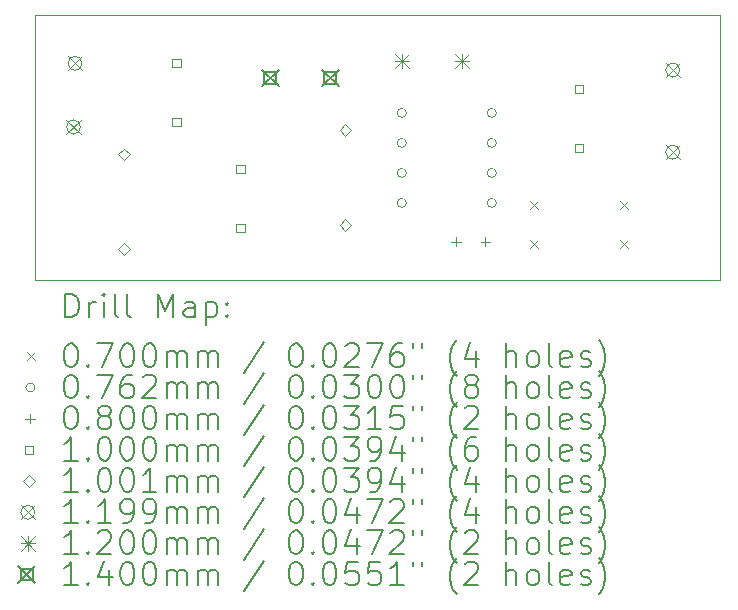
<source format=gbr>
%TF.GenerationSoftware,KiCad,Pcbnew,(6.0.8)*%
%TF.CreationDate,2022-11-19T23:45:40+04:00*%
%TF.ProjectId,MC34063_Buck_Rev3,4d433334-3036-4335-9f42-75636b5f5265,rev?*%
%TF.SameCoordinates,Original*%
%TF.FileFunction,Drillmap*%
%TF.FilePolarity,Positive*%
%FSLAX45Y45*%
G04 Gerber Fmt 4.5, Leading zero omitted, Abs format (unit mm)*
G04 Created by KiCad (PCBNEW (6.0.8)) date 2022-11-19 23:45:40*
%MOMM*%
%LPD*%
G01*
G04 APERTURE LIST*
%ADD10C,0.050000*%
%ADD11C,0.200000*%
%ADD12C,0.070000*%
%ADD13C,0.076200*%
%ADD14C,0.080000*%
%ADD15C,0.100000*%
%ADD16C,0.100076*%
%ADD17C,0.119888*%
%ADD18C,0.120000*%
%ADD19C,0.140000*%
G04 APERTURE END LIST*
D10*
X17700000Y-4650000D02*
X17700000Y-6900000D01*
X17700000Y-6900000D02*
X11900000Y-6900000D01*
X11900000Y-6900000D02*
X11900000Y-4650000D01*
X11900000Y-4650000D02*
X17700000Y-4650000D01*
D11*
D12*
X16085110Y-6556300D02*
X16155110Y-6626300D01*
X16155110Y-6556300D02*
X16085110Y-6626300D01*
X16086380Y-6227370D02*
X16156380Y-6297370D01*
X16156380Y-6227370D02*
X16086380Y-6297370D01*
X16847110Y-6556300D02*
X16917110Y-6626300D01*
X16917110Y-6556300D02*
X16847110Y-6626300D01*
X16848380Y-6227370D02*
X16918380Y-6297370D01*
X16918380Y-6227370D02*
X16848380Y-6297370D01*
D13*
X15041880Y-5481320D02*
G75*
G03*
X15041880Y-5481320I-38100J0D01*
G01*
X15041880Y-5735320D02*
G75*
G03*
X15041880Y-5735320I-38100J0D01*
G01*
X15041880Y-5989320D02*
G75*
G03*
X15041880Y-5989320I-38100J0D01*
G01*
X15041880Y-6243320D02*
G75*
G03*
X15041880Y-6243320I-38100J0D01*
G01*
X15803880Y-5481320D02*
G75*
G03*
X15803880Y-5481320I-38100J0D01*
G01*
X15803880Y-5735320D02*
G75*
G03*
X15803880Y-5735320I-38100J0D01*
G01*
X15803880Y-5989320D02*
G75*
G03*
X15803880Y-5989320I-38100J0D01*
G01*
X15803880Y-6243320D02*
G75*
G03*
X15803880Y-6243320I-38100J0D01*
G01*
D14*
X15460980Y-6532250D02*
X15460980Y-6612250D01*
X15420980Y-6572250D02*
X15500980Y-6572250D01*
X15710980Y-6532250D02*
X15710980Y-6612250D01*
X15670980Y-6572250D02*
X15750980Y-6572250D01*
D15*
X13131596Y-5092876D02*
X13131596Y-5022164D01*
X13060884Y-5022164D01*
X13060884Y-5092876D01*
X13131596Y-5092876D01*
X13131596Y-5592876D02*
X13131596Y-5522164D01*
X13060884Y-5522164D01*
X13060884Y-5592876D01*
X13131596Y-5592876D01*
X13673632Y-5992036D02*
X13673632Y-5921324D01*
X13602920Y-5921324D01*
X13602920Y-5992036D01*
X13673632Y-5992036D01*
X13673632Y-6492036D02*
X13673632Y-6421324D01*
X13602920Y-6421324D01*
X13602920Y-6492036D01*
X13673632Y-6492036D01*
X16541800Y-5312586D02*
X16541800Y-5241874D01*
X16471088Y-5241874D01*
X16471088Y-5312586D01*
X16541800Y-5312586D01*
X16541800Y-5812586D02*
X16541800Y-5741874D01*
X16471088Y-5741874D01*
X16471088Y-5812586D01*
X16541800Y-5812586D01*
D16*
X12649200Y-5883148D02*
X12699238Y-5833110D01*
X12649200Y-5783072D01*
X12599162Y-5833110D01*
X12649200Y-5883148D01*
X12649200Y-6683248D02*
X12699238Y-6633210D01*
X12649200Y-6583172D01*
X12599162Y-6633210D01*
X12649200Y-6683248D01*
X14526260Y-5678932D02*
X14576298Y-5628894D01*
X14526260Y-5578856D01*
X14476222Y-5628894D01*
X14526260Y-5678932D01*
X14526260Y-6479032D02*
X14576298Y-6428994D01*
X14526260Y-6378956D01*
X14476222Y-6428994D01*
X14526260Y-6479032D01*
D17*
X12163806Y-5540756D02*
X12283694Y-5660644D01*
X12283694Y-5540756D02*
X12163806Y-5660644D01*
X12283694Y-5600700D02*
G75*
G03*
X12283694Y-5600700I-59944J0D01*
G01*
X12176506Y-5001006D02*
X12296394Y-5120894D01*
X12296394Y-5001006D02*
X12176506Y-5120894D01*
X12296394Y-5060950D02*
G75*
G03*
X12296394Y-5060950I-59944J0D01*
G01*
X17237202Y-5058410D02*
X17357090Y-5178298D01*
X17357090Y-5058410D02*
X17237202Y-5178298D01*
X17357090Y-5118354D02*
G75*
G03*
X17357090Y-5118354I-59944J0D01*
G01*
X17237202Y-5753862D02*
X17357090Y-5873750D01*
X17357090Y-5753862D02*
X17237202Y-5873750D01*
X17357090Y-5813806D02*
G75*
G03*
X17357090Y-5813806I-59944J0D01*
G01*
D18*
X14947590Y-4984440D02*
X15067590Y-5104440D01*
X15067590Y-4984440D02*
X14947590Y-5104440D01*
X15007590Y-4984440D02*
X15007590Y-5104440D01*
X14947590Y-5044440D02*
X15067590Y-5044440D01*
X15455590Y-4984440D02*
X15575590Y-5104440D01*
X15575590Y-4984440D02*
X15455590Y-5104440D01*
X15515590Y-4984440D02*
X15515590Y-5104440D01*
X15455590Y-5044440D02*
X15575590Y-5044440D01*
D19*
X13819736Y-5114140D02*
X13959736Y-5254140D01*
X13959736Y-5114140D02*
X13819736Y-5254140D01*
X13939234Y-5233638D02*
X13939234Y-5134642D01*
X13840238Y-5134642D01*
X13840238Y-5233638D01*
X13939234Y-5233638D01*
X14327736Y-5114140D02*
X14467736Y-5254140D01*
X14467736Y-5114140D02*
X14327736Y-5254140D01*
X14447234Y-5233638D02*
X14447234Y-5134642D01*
X14348238Y-5134642D01*
X14348238Y-5233638D01*
X14447234Y-5233638D01*
D11*
X12155119Y-7212976D02*
X12155119Y-7012976D01*
X12202738Y-7012976D01*
X12231309Y-7022500D01*
X12250357Y-7041548D01*
X12259881Y-7060595D01*
X12269405Y-7098690D01*
X12269405Y-7127262D01*
X12259881Y-7165357D01*
X12250357Y-7184405D01*
X12231309Y-7203452D01*
X12202738Y-7212976D01*
X12155119Y-7212976D01*
X12355119Y-7212976D02*
X12355119Y-7079643D01*
X12355119Y-7117738D02*
X12364643Y-7098690D01*
X12374167Y-7089167D01*
X12393214Y-7079643D01*
X12412262Y-7079643D01*
X12478928Y-7212976D02*
X12478928Y-7079643D01*
X12478928Y-7012976D02*
X12469405Y-7022500D01*
X12478928Y-7032024D01*
X12488452Y-7022500D01*
X12478928Y-7012976D01*
X12478928Y-7032024D01*
X12602738Y-7212976D02*
X12583690Y-7203452D01*
X12574167Y-7184405D01*
X12574167Y-7012976D01*
X12707500Y-7212976D02*
X12688452Y-7203452D01*
X12678928Y-7184405D01*
X12678928Y-7012976D01*
X12936071Y-7212976D02*
X12936071Y-7012976D01*
X13002738Y-7155833D01*
X13069405Y-7012976D01*
X13069405Y-7212976D01*
X13250357Y-7212976D02*
X13250357Y-7108214D01*
X13240833Y-7089167D01*
X13221786Y-7079643D01*
X13183690Y-7079643D01*
X13164643Y-7089167D01*
X13250357Y-7203452D02*
X13231309Y-7212976D01*
X13183690Y-7212976D01*
X13164643Y-7203452D01*
X13155119Y-7184405D01*
X13155119Y-7165357D01*
X13164643Y-7146309D01*
X13183690Y-7136786D01*
X13231309Y-7136786D01*
X13250357Y-7127262D01*
X13345595Y-7079643D02*
X13345595Y-7279643D01*
X13345595Y-7089167D02*
X13364643Y-7079643D01*
X13402738Y-7079643D01*
X13421786Y-7089167D01*
X13431309Y-7098690D01*
X13440833Y-7117738D01*
X13440833Y-7174881D01*
X13431309Y-7193928D01*
X13421786Y-7203452D01*
X13402738Y-7212976D01*
X13364643Y-7212976D01*
X13345595Y-7203452D01*
X13526548Y-7193928D02*
X13536071Y-7203452D01*
X13526548Y-7212976D01*
X13517024Y-7203452D01*
X13526548Y-7193928D01*
X13526548Y-7212976D01*
X13526548Y-7089167D02*
X13536071Y-7098690D01*
X13526548Y-7108214D01*
X13517024Y-7098690D01*
X13526548Y-7089167D01*
X13526548Y-7108214D01*
D12*
X11827500Y-7507500D02*
X11897500Y-7577500D01*
X11897500Y-7507500D02*
X11827500Y-7577500D01*
D11*
X12193214Y-7432976D02*
X12212262Y-7432976D01*
X12231309Y-7442500D01*
X12240833Y-7452024D01*
X12250357Y-7471071D01*
X12259881Y-7509167D01*
X12259881Y-7556786D01*
X12250357Y-7594881D01*
X12240833Y-7613928D01*
X12231309Y-7623452D01*
X12212262Y-7632976D01*
X12193214Y-7632976D01*
X12174167Y-7623452D01*
X12164643Y-7613928D01*
X12155119Y-7594881D01*
X12145595Y-7556786D01*
X12145595Y-7509167D01*
X12155119Y-7471071D01*
X12164643Y-7452024D01*
X12174167Y-7442500D01*
X12193214Y-7432976D01*
X12345595Y-7613928D02*
X12355119Y-7623452D01*
X12345595Y-7632976D01*
X12336071Y-7623452D01*
X12345595Y-7613928D01*
X12345595Y-7632976D01*
X12421786Y-7432976D02*
X12555119Y-7432976D01*
X12469405Y-7632976D01*
X12669405Y-7432976D02*
X12688452Y-7432976D01*
X12707500Y-7442500D01*
X12717024Y-7452024D01*
X12726548Y-7471071D01*
X12736071Y-7509167D01*
X12736071Y-7556786D01*
X12726548Y-7594881D01*
X12717024Y-7613928D01*
X12707500Y-7623452D01*
X12688452Y-7632976D01*
X12669405Y-7632976D01*
X12650357Y-7623452D01*
X12640833Y-7613928D01*
X12631309Y-7594881D01*
X12621786Y-7556786D01*
X12621786Y-7509167D01*
X12631309Y-7471071D01*
X12640833Y-7452024D01*
X12650357Y-7442500D01*
X12669405Y-7432976D01*
X12859881Y-7432976D02*
X12878928Y-7432976D01*
X12897976Y-7442500D01*
X12907500Y-7452024D01*
X12917024Y-7471071D01*
X12926548Y-7509167D01*
X12926548Y-7556786D01*
X12917024Y-7594881D01*
X12907500Y-7613928D01*
X12897976Y-7623452D01*
X12878928Y-7632976D01*
X12859881Y-7632976D01*
X12840833Y-7623452D01*
X12831309Y-7613928D01*
X12821786Y-7594881D01*
X12812262Y-7556786D01*
X12812262Y-7509167D01*
X12821786Y-7471071D01*
X12831309Y-7452024D01*
X12840833Y-7442500D01*
X12859881Y-7432976D01*
X13012262Y-7632976D02*
X13012262Y-7499643D01*
X13012262Y-7518690D02*
X13021786Y-7509167D01*
X13040833Y-7499643D01*
X13069405Y-7499643D01*
X13088452Y-7509167D01*
X13097976Y-7528214D01*
X13097976Y-7632976D01*
X13097976Y-7528214D02*
X13107500Y-7509167D01*
X13126548Y-7499643D01*
X13155119Y-7499643D01*
X13174167Y-7509167D01*
X13183690Y-7528214D01*
X13183690Y-7632976D01*
X13278928Y-7632976D02*
X13278928Y-7499643D01*
X13278928Y-7518690D02*
X13288452Y-7509167D01*
X13307500Y-7499643D01*
X13336071Y-7499643D01*
X13355119Y-7509167D01*
X13364643Y-7528214D01*
X13364643Y-7632976D01*
X13364643Y-7528214D02*
X13374167Y-7509167D01*
X13393214Y-7499643D01*
X13421786Y-7499643D01*
X13440833Y-7509167D01*
X13450357Y-7528214D01*
X13450357Y-7632976D01*
X13840833Y-7423452D02*
X13669405Y-7680595D01*
X14097976Y-7432976D02*
X14117024Y-7432976D01*
X14136071Y-7442500D01*
X14145595Y-7452024D01*
X14155119Y-7471071D01*
X14164643Y-7509167D01*
X14164643Y-7556786D01*
X14155119Y-7594881D01*
X14145595Y-7613928D01*
X14136071Y-7623452D01*
X14117024Y-7632976D01*
X14097976Y-7632976D01*
X14078928Y-7623452D01*
X14069405Y-7613928D01*
X14059881Y-7594881D01*
X14050357Y-7556786D01*
X14050357Y-7509167D01*
X14059881Y-7471071D01*
X14069405Y-7452024D01*
X14078928Y-7442500D01*
X14097976Y-7432976D01*
X14250357Y-7613928D02*
X14259881Y-7623452D01*
X14250357Y-7632976D01*
X14240833Y-7623452D01*
X14250357Y-7613928D01*
X14250357Y-7632976D01*
X14383690Y-7432976D02*
X14402738Y-7432976D01*
X14421786Y-7442500D01*
X14431309Y-7452024D01*
X14440833Y-7471071D01*
X14450357Y-7509167D01*
X14450357Y-7556786D01*
X14440833Y-7594881D01*
X14431309Y-7613928D01*
X14421786Y-7623452D01*
X14402738Y-7632976D01*
X14383690Y-7632976D01*
X14364643Y-7623452D01*
X14355119Y-7613928D01*
X14345595Y-7594881D01*
X14336071Y-7556786D01*
X14336071Y-7509167D01*
X14345595Y-7471071D01*
X14355119Y-7452024D01*
X14364643Y-7442500D01*
X14383690Y-7432976D01*
X14526548Y-7452024D02*
X14536071Y-7442500D01*
X14555119Y-7432976D01*
X14602738Y-7432976D01*
X14621786Y-7442500D01*
X14631309Y-7452024D01*
X14640833Y-7471071D01*
X14640833Y-7490119D01*
X14631309Y-7518690D01*
X14517024Y-7632976D01*
X14640833Y-7632976D01*
X14707500Y-7432976D02*
X14840833Y-7432976D01*
X14755119Y-7632976D01*
X15002738Y-7432976D02*
X14964643Y-7432976D01*
X14945595Y-7442500D01*
X14936071Y-7452024D01*
X14917024Y-7480595D01*
X14907500Y-7518690D01*
X14907500Y-7594881D01*
X14917024Y-7613928D01*
X14926548Y-7623452D01*
X14945595Y-7632976D01*
X14983690Y-7632976D01*
X15002738Y-7623452D01*
X15012262Y-7613928D01*
X15021786Y-7594881D01*
X15021786Y-7547262D01*
X15012262Y-7528214D01*
X15002738Y-7518690D01*
X14983690Y-7509167D01*
X14945595Y-7509167D01*
X14926548Y-7518690D01*
X14917024Y-7528214D01*
X14907500Y-7547262D01*
X15097976Y-7432976D02*
X15097976Y-7471071D01*
X15174167Y-7432976D02*
X15174167Y-7471071D01*
X15469405Y-7709167D02*
X15459881Y-7699643D01*
X15440833Y-7671071D01*
X15431309Y-7652024D01*
X15421786Y-7623452D01*
X15412262Y-7575833D01*
X15412262Y-7537738D01*
X15421786Y-7490119D01*
X15431309Y-7461548D01*
X15440833Y-7442500D01*
X15459881Y-7413928D01*
X15469405Y-7404405D01*
X15631309Y-7499643D02*
X15631309Y-7632976D01*
X15583690Y-7423452D02*
X15536071Y-7566309D01*
X15659881Y-7566309D01*
X15888452Y-7632976D02*
X15888452Y-7432976D01*
X15974167Y-7632976D02*
X15974167Y-7528214D01*
X15964643Y-7509167D01*
X15945595Y-7499643D01*
X15917024Y-7499643D01*
X15897976Y-7509167D01*
X15888452Y-7518690D01*
X16097976Y-7632976D02*
X16078928Y-7623452D01*
X16069405Y-7613928D01*
X16059881Y-7594881D01*
X16059881Y-7537738D01*
X16069405Y-7518690D01*
X16078928Y-7509167D01*
X16097976Y-7499643D01*
X16126548Y-7499643D01*
X16145595Y-7509167D01*
X16155119Y-7518690D01*
X16164643Y-7537738D01*
X16164643Y-7594881D01*
X16155119Y-7613928D01*
X16145595Y-7623452D01*
X16126548Y-7632976D01*
X16097976Y-7632976D01*
X16278928Y-7632976D02*
X16259881Y-7623452D01*
X16250357Y-7604405D01*
X16250357Y-7432976D01*
X16431309Y-7623452D02*
X16412262Y-7632976D01*
X16374167Y-7632976D01*
X16355119Y-7623452D01*
X16345595Y-7604405D01*
X16345595Y-7528214D01*
X16355119Y-7509167D01*
X16374167Y-7499643D01*
X16412262Y-7499643D01*
X16431309Y-7509167D01*
X16440833Y-7528214D01*
X16440833Y-7547262D01*
X16345595Y-7566309D01*
X16517024Y-7623452D02*
X16536071Y-7632976D01*
X16574167Y-7632976D01*
X16593214Y-7623452D01*
X16602738Y-7604405D01*
X16602738Y-7594881D01*
X16593214Y-7575833D01*
X16574167Y-7566309D01*
X16545595Y-7566309D01*
X16526548Y-7556786D01*
X16517024Y-7537738D01*
X16517024Y-7528214D01*
X16526548Y-7509167D01*
X16545595Y-7499643D01*
X16574167Y-7499643D01*
X16593214Y-7509167D01*
X16669405Y-7709167D02*
X16678928Y-7699643D01*
X16697976Y-7671071D01*
X16707500Y-7652024D01*
X16717024Y-7623452D01*
X16726548Y-7575833D01*
X16726548Y-7537738D01*
X16717024Y-7490119D01*
X16707500Y-7461548D01*
X16697976Y-7442500D01*
X16678928Y-7413928D01*
X16669405Y-7404405D01*
D13*
X11897500Y-7806500D02*
G75*
G03*
X11897500Y-7806500I-38100J0D01*
G01*
D11*
X12193214Y-7696976D02*
X12212262Y-7696976D01*
X12231309Y-7706500D01*
X12240833Y-7716024D01*
X12250357Y-7735071D01*
X12259881Y-7773167D01*
X12259881Y-7820786D01*
X12250357Y-7858881D01*
X12240833Y-7877928D01*
X12231309Y-7887452D01*
X12212262Y-7896976D01*
X12193214Y-7896976D01*
X12174167Y-7887452D01*
X12164643Y-7877928D01*
X12155119Y-7858881D01*
X12145595Y-7820786D01*
X12145595Y-7773167D01*
X12155119Y-7735071D01*
X12164643Y-7716024D01*
X12174167Y-7706500D01*
X12193214Y-7696976D01*
X12345595Y-7877928D02*
X12355119Y-7887452D01*
X12345595Y-7896976D01*
X12336071Y-7887452D01*
X12345595Y-7877928D01*
X12345595Y-7896976D01*
X12421786Y-7696976D02*
X12555119Y-7696976D01*
X12469405Y-7896976D01*
X12717024Y-7696976D02*
X12678928Y-7696976D01*
X12659881Y-7706500D01*
X12650357Y-7716024D01*
X12631309Y-7744595D01*
X12621786Y-7782690D01*
X12621786Y-7858881D01*
X12631309Y-7877928D01*
X12640833Y-7887452D01*
X12659881Y-7896976D01*
X12697976Y-7896976D01*
X12717024Y-7887452D01*
X12726548Y-7877928D01*
X12736071Y-7858881D01*
X12736071Y-7811262D01*
X12726548Y-7792214D01*
X12717024Y-7782690D01*
X12697976Y-7773167D01*
X12659881Y-7773167D01*
X12640833Y-7782690D01*
X12631309Y-7792214D01*
X12621786Y-7811262D01*
X12812262Y-7716024D02*
X12821786Y-7706500D01*
X12840833Y-7696976D01*
X12888452Y-7696976D01*
X12907500Y-7706500D01*
X12917024Y-7716024D01*
X12926548Y-7735071D01*
X12926548Y-7754119D01*
X12917024Y-7782690D01*
X12802738Y-7896976D01*
X12926548Y-7896976D01*
X13012262Y-7896976D02*
X13012262Y-7763643D01*
X13012262Y-7782690D02*
X13021786Y-7773167D01*
X13040833Y-7763643D01*
X13069405Y-7763643D01*
X13088452Y-7773167D01*
X13097976Y-7792214D01*
X13097976Y-7896976D01*
X13097976Y-7792214D02*
X13107500Y-7773167D01*
X13126548Y-7763643D01*
X13155119Y-7763643D01*
X13174167Y-7773167D01*
X13183690Y-7792214D01*
X13183690Y-7896976D01*
X13278928Y-7896976D02*
X13278928Y-7763643D01*
X13278928Y-7782690D02*
X13288452Y-7773167D01*
X13307500Y-7763643D01*
X13336071Y-7763643D01*
X13355119Y-7773167D01*
X13364643Y-7792214D01*
X13364643Y-7896976D01*
X13364643Y-7792214D02*
X13374167Y-7773167D01*
X13393214Y-7763643D01*
X13421786Y-7763643D01*
X13440833Y-7773167D01*
X13450357Y-7792214D01*
X13450357Y-7896976D01*
X13840833Y-7687452D02*
X13669405Y-7944595D01*
X14097976Y-7696976D02*
X14117024Y-7696976D01*
X14136071Y-7706500D01*
X14145595Y-7716024D01*
X14155119Y-7735071D01*
X14164643Y-7773167D01*
X14164643Y-7820786D01*
X14155119Y-7858881D01*
X14145595Y-7877928D01*
X14136071Y-7887452D01*
X14117024Y-7896976D01*
X14097976Y-7896976D01*
X14078928Y-7887452D01*
X14069405Y-7877928D01*
X14059881Y-7858881D01*
X14050357Y-7820786D01*
X14050357Y-7773167D01*
X14059881Y-7735071D01*
X14069405Y-7716024D01*
X14078928Y-7706500D01*
X14097976Y-7696976D01*
X14250357Y-7877928D02*
X14259881Y-7887452D01*
X14250357Y-7896976D01*
X14240833Y-7887452D01*
X14250357Y-7877928D01*
X14250357Y-7896976D01*
X14383690Y-7696976D02*
X14402738Y-7696976D01*
X14421786Y-7706500D01*
X14431309Y-7716024D01*
X14440833Y-7735071D01*
X14450357Y-7773167D01*
X14450357Y-7820786D01*
X14440833Y-7858881D01*
X14431309Y-7877928D01*
X14421786Y-7887452D01*
X14402738Y-7896976D01*
X14383690Y-7896976D01*
X14364643Y-7887452D01*
X14355119Y-7877928D01*
X14345595Y-7858881D01*
X14336071Y-7820786D01*
X14336071Y-7773167D01*
X14345595Y-7735071D01*
X14355119Y-7716024D01*
X14364643Y-7706500D01*
X14383690Y-7696976D01*
X14517024Y-7696976D02*
X14640833Y-7696976D01*
X14574167Y-7773167D01*
X14602738Y-7773167D01*
X14621786Y-7782690D01*
X14631309Y-7792214D01*
X14640833Y-7811262D01*
X14640833Y-7858881D01*
X14631309Y-7877928D01*
X14621786Y-7887452D01*
X14602738Y-7896976D01*
X14545595Y-7896976D01*
X14526548Y-7887452D01*
X14517024Y-7877928D01*
X14764643Y-7696976D02*
X14783690Y-7696976D01*
X14802738Y-7706500D01*
X14812262Y-7716024D01*
X14821786Y-7735071D01*
X14831309Y-7773167D01*
X14831309Y-7820786D01*
X14821786Y-7858881D01*
X14812262Y-7877928D01*
X14802738Y-7887452D01*
X14783690Y-7896976D01*
X14764643Y-7896976D01*
X14745595Y-7887452D01*
X14736071Y-7877928D01*
X14726548Y-7858881D01*
X14717024Y-7820786D01*
X14717024Y-7773167D01*
X14726548Y-7735071D01*
X14736071Y-7716024D01*
X14745595Y-7706500D01*
X14764643Y-7696976D01*
X14955119Y-7696976D02*
X14974167Y-7696976D01*
X14993214Y-7706500D01*
X15002738Y-7716024D01*
X15012262Y-7735071D01*
X15021786Y-7773167D01*
X15021786Y-7820786D01*
X15012262Y-7858881D01*
X15002738Y-7877928D01*
X14993214Y-7887452D01*
X14974167Y-7896976D01*
X14955119Y-7896976D01*
X14936071Y-7887452D01*
X14926548Y-7877928D01*
X14917024Y-7858881D01*
X14907500Y-7820786D01*
X14907500Y-7773167D01*
X14917024Y-7735071D01*
X14926548Y-7716024D01*
X14936071Y-7706500D01*
X14955119Y-7696976D01*
X15097976Y-7696976D02*
X15097976Y-7735071D01*
X15174167Y-7696976D02*
X15174167Y-7735071D01*
X15469405Y-7973167D02*
X15459881Y-7963643D01*
X15440833Y-7935071D01*
X15431309Y-7916024D01*
X15421786Y-7887452D01*
X15412262Y-7839833D01*
X15412262Y-7801738D01*
X15421786Y-7754119D01*
X15431309Y-7725548D01*
X15440833Y-7706500D01*
X15459881Y-7677928D01*
X15469405Y-7668405D01*
X15574167Y-7782690D02*
X15555119Y-7773167D01*
X15545595Y-7763643D01*
X15536071Y-7744595D01*
X15536071Y-7735071D01*
X15545595Y-7716024D01*
X15555119Y-7706500D01*
X15574167Y-7696976D01*
X15612262Y-7696976D01*
X15631309Y-7706500D01*
X15640833Y-7716024D01*
X15650357Y-7735071D01*
X15650357Y-7744595D01*
X15640833Y-7763643D01*
X15631309Y-7773167D01*
X15612262Y-7782690D01*
X15574167Y-7782690D01*
X15555119Y-7792214D01*
X15545595Y-7801738D01*
X15536071Y-7820786D01*
X15536071Y-7858881D01*
X15545595Y-7877928D01*
X15555119Y-7887452D01*
X15574167Y-7896976D01*
X15612262Y-7896976D01*
X15631309Y-7887452D01*
X15640833Y-7877928D01*
X15650357Y-7858881D01*
X15650357Y-7820786D01*
X15640833Y-7801738D01*
X15631309Y-7792214D01*
X15612262Y-7782690D01*
X15888452Y-7896976D02*
X15888452Y-7696976D01*
X15974167Y-7896976D02*
X15974167Y-7792214D01*
X15964643Y-7773167D01*
X15945595Y-7763643D01*
X15917024Y-7763643D01*
X15897976Y-7773167D01*
X15888452Y-7782690D01*
X16097976Y-7896976D02*
X16078928Y-7887452D01*
X16069405Y-7877928D01*
X16059881Y-7858881D01*
X16059881Y-7801738D01*
X16069405Y-7782690D01*
X16078928Y-7773167D01*
X16097976Y-7763643D01*
X16126548Y-7763643D01*
X16145595Y-7773167D01*
X16155119Y-7782690D01*
X16164643Y-7801738D01*
X16164643Y-7858881D01*
X16155119Y-7877928D01*
X16145595Y-7887452D01*
X16126548Y-7896976D01*
X16097976Y-7896976D01*
X16278928Y-7896976D02*
X16259881Y-7887452D01*
X16250357Y-7868405D01*
X16250357Y-7696976D01*
X16431309Y-7887452D02*
X16412262Y-7896976D01*
X16374167Y-7896976D01*
X16355119Y-7887452D01*
X16345595Y-7868405D01*
X16345595Y-7792214D01*
X16355119Y-7773167D01*
X16374167Y-7763643D01*
X16412262Y-7763643D01*
X16431309Y-7773167D01*
X16440833Y-7792214D01*
X16440833Y-7811262D01*
X16345595Y-7830309D01*
X16517024Y-7887452D02*
X16536071Y-7896976D01*
X16574167Y-7896976D01*
X16593214Y-7887452D01*
X16602738Y-7868405D01*
X16602738Y-7858881D01*
X16593214Y-7839833D01*
X16574167Y-7830309D01*
X16545595Y-7830309D01*
X16526548Y-7820786D01*
X16517024Y-7801738D01*
X16517024Y-7792214D01*
X16526548Y-7773167D01*
X16545595Y-7763643D01*
X16574167Y-7763643D01*
X16593214Y-7773167D01*
X16669405Y-7973167D02*
X16678928Y-7963643D01*
X16697976Y-7935071D01*
X16707500Y-7916024D01*
X16717024Y-7887452D01*
X16726548Y-7839833D01*
X16726548Y-7801738D01*
X16717024Y-7754119D01*
X16707500Y-7725548D01*
X16697976Y-7706500D01*
X16678928Y-7677928D01*
X16669405Y-7668405D01*
D14*
X11857500Y-8030500D02*
X11857500Y-8110500D01*
X11817500Y-8070500D02*
X11897500Y-8070500D01*
D11*
X12193214Y-7960976D02*
X12212262Y-7960976D01*
X12231309Y-7970500D01*
X12240833Y-7980024D01*
X12250357Y-7999071D01*
X12259881Y-8037167D01*
X12259881Y-8084786D01*
X12250357Y-8122881D01*
X12240833Y-8141928D01*
X12231309Y-8151452D01*
X12212262Y-8160976D01*
X12193214Y-8160976D01*
X12174167Y-8151452D01*
X12164643Y-8141928D01*
X12155119Y-8122881D01*
X12145595Y-8084786D01*
X12145595Y-8037167D01*
X12155119Y-7999071D01*
X12164643Y-7980024D01*
X12174167Y-7970500D01*
X12193214Y-7960976D01*
X12345595Y-8141928D02*
X12355119Y-8151452D01*
X12345595Y-8160976D01*
X12336071Y-8151452D01*
X12345595Y-8141928D01*
X12345595Y-8160976D01*
X12469405Y-8046690D02*
X12450357Y-8037167D01*
X12440833Y-8027643D01*
X12431309Y-8008595D01*
X12431309Y-7999071D01*
X12440833Y-7980024D01*
X12450357Y-7970500D01*
X12469405Y-7960976D01*
X12507500Y-7960976D01*
X12526548Y-7970500D01*
X12536071Y-7980024D01*
X12545595Y-7999071D01*
X12545595Y-8008595D01*
X12536071Y-8027643D01*
X12526548Y-8037167D01*
X12507500Y-8046690D01*
X12469405Y-8046690D01*
X12450357Y-8056214D01*
X12440833Y-8065738D01*
X12431309Y-8084786D01*
X12431309Y-8122881D01*
X12440833Y-8141928D01*
X12450357Y-8151452D01*
X12469405Y-8160976D01*
X12507500Y-8160976D01*
X12526548Y-8151452D01*
X12536071Y-8141928D01*
X12545595Y-8122881D01*
X12545595Y-8084786D01*
X12536071Y-8065738D01*
X12526548Y-8056214D01*
X12507500Y-8046690D01*
X12669405Y-7960976D02*
X12688452Y-7960976D01*
X12707500Y-7970500D01*
X12717024Y-7980024D01*
X12726548Y-7999071D01*
X12736071Y-8037167D01*
X12736071Y-8084786D01*
X12726548Y-8122881D01*
X12717024Y-8141928D01*
X12707500Y-8151452D01*
X12688452Y-8160976D01*
X12669405Y-8160976D01*
X12650357Y-8151452D01*
X12640833Y-8141928D01*
X12631309Y-8122881D01*
X12621786Y-8084786D01*
X12621786Y-8037167D01*
X12631309Y-7999071D01*
X12640833Y-7980024D01*
X12650357Y-7970500D01*
X12669405Y-7960976D01*
X12859881Y-7960976D02*
X12878928Y-7960976D01*
X12897976Y-7970500D01*
X12907500Y-7980024D01*
X12917024Y-7999071D01*
X12926548Y-8037167D01*
X12926548Y-8084786D01*
X12917024Y-8122881D01*
X12907500Y-8141928D01*
X12897976Y-8151452D01*
X12878928Y-8160976D01*
X12859881Y-8160976D01*
X12840833Y-8151452D01*
X12831309Y-8141928D01*
X12821786Y-8122881D01*
X12812262Y-8084786D01*
X12812262Y-8037167D01*
X12821786Y-7999071D01*
X12831309Y-7980024D01*
X12840833Y-7970500D01*
X12859881Y-7960976D01*
X13012262Y-8160976D02*
X13012262Y-8027643D01*
X13012262Y-8046690D02*
X13021786Y-8037167D01*
X13040833Y-8027643D01*
X13069405Y-8027643D01*
X13088452Y-8037167D01*
X13097976Y-8056214D01*
X13097976Y-8160976D01*
X13097976Y-8056214D02*
X13107500Y-8037167D01*
X13126548Y-8027643D01*
X13155119Y-8027643D01*
X13174167Y-8037167D01*
X13183690Y-8056214D01*
X13183690Y-8160976D01*
X13278928Y-8160976D02*
X13278928Y-8027643D01*
X13278928Y-8046690D02*
X13288452Y-8037167D01*
X13307500Y-8027643D01*
X13336071Y-8027643D01*
X13355119Y-8037167D01*
X13364643Y-8056214D01*
X13364643Y-8160976D01*
X13364643Y-8056214D02*
X13374167Y-8037167D01*
X13393214Y-8027643D01*
X13421786Y-8027643D01*
X13440833Y-8037167D01*
X13450357Y-8056214D01*
X13450357Y-8160976D01*
X13840833Y-7951452D02*
X13669405Y-8208595D01*
X14097976Y-7960976D02*
X14117024Y-7960976D01*
X14136071Y-7970500D01*
X14145595Y-7980024D01*
X14155119Y-7999071D01*
X14164643Y-8037167D01*
X14164643Y-8084786D01*
X14155119Y-8122881D01*
X14145595Y-8141928D01*
X14136071Y-8151452D01*
X14117024Y-8160976D01*
X14097976Y-8160976D01*
X14078928Y-8151452D01*
X14069405Y-8141928D01*
X14059881Y-8122881D01*
X14050357Y-8084786D01*
X14050357Y-8037167D01*
X14059881Y-7999071D01*
X14069405Y-7980024D01*
X14078928Y-7970500D01*
X14097976Y-7960976D01*
X14250357Y-8141928D02*
X14259881Y-8151452D01*
X14250357Y-8160976D01*
X14240833Y-8151452D01*
X14250357Y-8141928D01*
X14250357Y-8160976D01*
X14383690Y-7960976D02*
X14402738Y-7960976D01*
X14421786Y-7970500D01*
X14431309Y-7980024D01*
X14440833Y-7999071D01*
X14450357Y-8037167D01*
X14450357Y-8084786D01*
X14440833Y-8122881D01*
X14431309Y-8141928D01*
X14421786Y-8151452D01*
X14402738Y-8160976D01*
X14383690Y-8160976D01*
X14364643Y-8151452D01*
X14355119Y-8141928D01*
X14345595Y-8122881D01*
X14336071Y-8084786D01*
X14336071Y-8037167D01*
X14345595Y-7999071D01*
X14355119Y-7980024D01*
X14364643Y-7970500D01*
X14383690Y-7960976D01*
X14517024Y-7960976D02*
X14640833Y-7960976D01*
X14574167Y-8037167D01*
X14602738Y-8037167D01*
X14621786Y-8046690D01*
X14631309Y-8056214D01*
X14640833Y-8075262D01*
X14640833Y-8122881D01*
X14631309Y-8141928D01*
X14621786Y-8151452D01*
X14602738Y-8160976D01*
X14545595Y-8160976D01*
X14526548Y-8151452D01*
X14517024Y-8141928D01*
X14831309Y-8160976D02*
X14717024Y-8160976D01*
X14774167Y-8160976D02*
X14774167Y-7960976D01*
X14755119Y-7989548D01*
X14736071Y-8008595D01*
X14717024Y-8018119D01*
X15012262Y-7960976D02*
X14917024Y-7960976D01*
X14907500Y-8056214D01*
X14917024Y-8046690D01*
X14936071Y-8037167D01*
X14983690Y-8037167D01*
X15002738Y-8046690D01*
X15012262Y-8056214D01*
X15021786Y-8075262D01*
X15021786Y-8122881D01*
X15012262Y-8141928D01*
X15002738Y-8151452D01*
X14983690Y-8160976D01*
X14936071Y-8160976D01*
X14917024Y-8151452D01*
X14907500Y-8141928D01*
X15097976Y-7960976D02*
X15097976Y-7999071D01*
X15174167Y-7960976D02*
X15174167Y-7999071D01*
X15469405Y-8237167D02*
X15459881Y-8227643D01*
X15440833Y-8199071D01*
X15431309Y-8180024D01*
X15421786Y-8151452D01*
X15412262Y-8103833D01*
X15412262Y-8065738D01*
X15421786Y-8018119D01*
X15431309Y-7989548D01*
X15440833Y-7970500D01*
X15459881Y-7941928D01*
X15469405Y-7932405D01*
X15536071Y-7980024D02*
X15545595Y-7970500D01*
X15564643Y-7960976D01*
X15612262Y-7960976D01*
X15631309Y-7970500D01*
X15640833Y-7980024D01*
X15650357Y-7999071D01*
X15650357Y-8018119D01*
X15640833Y-8046690D01*
X15526548Y-8160976D01*
X15650357Y-8160976D01*
X15888452Y-8160976D02*
X15888452Y-7960976D01*
X15974167Y-8160976D02*
X15974167Y-8056214D01*
X15964643Y-8037167D01*
X15945595Y-8027643D01*
X15917024Y-8027643D01*
X15897976Y-8037167D01*
X15888452Y-8046690D01*
X16097976Y-8160976D02*
X16078928Y-8151452D01*
X16069405Y-8141928D01*
X16059881Y-8122881D01*
X16059881Y-8065738D01*
X16069405Y-8046690D01*
X16078928Y-8037167D01*
X16097976Y-8027643D01*
X16126548Y-8027643D01*
X16145595Y-8037167D01*
X16155119Y-8046690D01*
X16164643Y-8065738D01*
X16164643Y-8122881D01*
X16155119Y-8141928D01*
X16145595Y-8151452D01*
X16126548Y-8160976D01*
X16097976Y-8160976D01*
X16278928Y-8160976D02*
X16259881Y-8151452D01*
X16250357Y-8132405D01*
X16250357Y-7960976D01*
X16431309Y-8151452D02*
X16412262Y-8160976D01*
X16374167Y-8160976D01*
X16355119Y-8151452D01*
X16345595Y-8132405D01*
X16345595Y-8056214D01*
X16355119Y-8037167D01*
X16374167Y-8027643D01*
X16412262Y-8027643D01*
X16431309Y-8037167D01*
X16440833Y-8056214D01*
X16440833Y-8075262D01*
X16345595Y-8094309D01*
X16517024Y-8151452D02*
X16536071Y-8160976D01*
X16574167Y-8160976D01*
X16593214Y-8151452D01*
X16602738Y-8132405D01*
X16602738Y-8122881D01*
X16593214Y-8103833D01*
X16574167Y-8094309D01*
X16545595Y-8094309D01*
X16526548Y-8084786D01*
X16517024Y-8065738D01*
X16517024Y-8056214D01*
X16526548Y-8037167D01*
X16545595Y-8027643D01*
X16574167Y-8027643D01*
X16593214Y-8037167D01*
X16669405Y-8237167D02*
X16678928Y-8227643D01*
X16697976Y-8199071D01*
X16707500Y-8180024D01*
X16717024Y-8151452D01*
X16726548Y-8103833D01*
X16726548Y-8065738D01*
X16717024Y-8018119D01*
X16707500Y-7989548D01*
X16697976Y-7970500D01*
X16678928Y-7941928D01*
X16669405Y-7932405D01*
D15*
X11882856Y-8369856D02*
X11882856Y-8299144D01*
X11812144Y-8299144D01*
X11812144Y-8369856D01*
X11882856Y-8369856D01*
D11*
X12259881Y-8424976D02*
X12145595Y-8424976D01*
X12202738Y-8424976D02*
X12202738Y-8224976D01*
X12183690Y-8253548D01*
X12164643Y-8272595D01*
X12145595Y-8282119D01*
X12345595Y-8405929D02*
X12355119Y-8415452D01*
X12345595Y-8424976D01*
X12336071Y-8415452D01*
X12345595Y-8405929D01*
X12345595Y-8424976D01*
X12478928Y-8224976D02*
X12497976Y-8224976D01*
X12517024Y-8234500D01*
X12526548Y-8244024D01*
X12536071Y-8263071D01*
X12545595Y-8301167D01*
X12545595Y-8348786D01*
X12536071Y-8386881D01*
X12526548Y-8405929D01*
X12517024Y-8415452D01*
X12497976Y-8424976D01*
X12478928Y-8424976D01*
X12459881Y-8415452D01*
X12450357Y-8405929D01*
X12440833Y-8386881D01*
X12431309Y-8348786D01*
X12431309Y-8301167D01*
X12440833Y-8263071D01*
X12450357Y-8244024D01*
X12459881Y-8234500D01*
X12478928Y-8224976D01*
X12669405Y-8224976D02*
X12688452Y-8224976D01*
X12707500Y-8234500D01*
X12717024Y-8244024D01*
X12726548Y-8263071D01*
X12736071Y-8301167D01*
X12736071Y-8348786D01*
X12726548Y-8386881D01*
X12717024Y-8405929D01*
X12707500Y-8415452D01*
X12688452Y-8424976D01*
X12669405Y-8424976D01*
X12650357Y-8415452D01*
X12640833Y-8405929D01*
X12631309Y-8386881D01*
X12621786Y-8348786D01*
X12621786Y-8301167D01*
X12631309Y-8263071D01*
X12640833Y-8244024D01*
X12650357Y-8234500D01*
X12669405Y-8224976D01*
X12859881Y-8224976D02*
X12878928Y-8224976D01*
X12897976Y-8234500D01*
X12907500Y-8244024D01*
X12917024Y-8263071D01*
X12926548Y-8301167D01*
X12926548Y-8348786D01*
X12917024Y-8386881D01*
X12907500Y-8405929D01*
X12897976Y-8415452D01*
X12878928Y-8424976D01*
X12859881Y-8424976D01*
X12840833Y-8415452D01*
X12831309Y-8405929D01*
X12821786Y-8386881D01*
X12812262Y-8348786D01*
X12812262Y-8301167D01*
X12821786Y-8263071D01*
X12831309Y-8244024D01*
X12840833Y-8234500D01*
X12859881Y-8224976D01*
X13012262Y-8424976D02*
X13012262Y-8291643D01*
X13012262Y-8310690D02*
X13021786Y-8301167D01*
X13040833Y-8291643D01*
X13069405Y-8291643D01*
X13088452Y-8301167D01*
X13097976Y-8320214D01*
X13097976Y-8424976D01*
X13097976Y-8320214D02*
X13107500Y-8301167D01*
X13126548Y-8291643D01*
X13155119Y-8291643D01*
X13174167Y-8301167D01*
X13183690Y-8320214D01*
X13183690Y-8424976D01*
X13278928Y-8424976D02*
X13278928Y-8291643D01*
X13278928Y-8310690D02*
X13288452Y-8301167D01*
X13307500Y-8291643D01*
X13336071Y-8291643D01*
X13355119Y-8301167D01*
X13364643Y-8320214D01*
X13364643Y-8424976D01*
X13364643Y-8320214D02*
X13374167Y-8301167D01*
X13393214Y-8291643D01*
X13421786Y-8291643D01*
X13440833Y-8301167D01*
X13450357Y-8320214D01*
X13450357Y-8424976D01*
X13840833Y-8215452D02*
X13669405Y-8472595D01*
X14097976Y-8224976D02*
X14117024Y-8224976D01*
X14136071Y-8234500D01*
X14145595Y-8244024D01*
X14155119Y-8263071D01*
X14164643Y-8301167D01*
X14164643Y-8348786D01*
X14155119Y-8386881D01*
X14145595Y-8405929D01*
X14136071Y-8415452D01*
X14117024Y-8424976D01*
X14097976Y-8424976D01*
X14078928Y-8415452D01*
X14069405Y-8405929D01*
X14059881Y-8386881D01*
X14050357Y-8348786D01*
X14050357Y-8301167D01*
X14059881Y-8263071D01*
X14069405Y-8244024D01*
X14078928Y-8234500D01*
X14097976Y-8224976D01*
X14250357Y-8405929D02*
X14259881Y-8415452D01*
X14250357Y-8424976D01*
X14240833Y-8415452D01*
X14250357Y-8405929D01*
X14250357Y-8424976D01*
X14383690Y-8224976D02*
X14402738Y-8224976D01*
X14421786Y-8234500D01*
X14431309Y-8244024D01*
X14440833Y-8263071D01*
X14450357Y-8301167D01*
X14450357Y-8348786D01*
X14440833Y-8386881D01*
X14431309Y-8405929D01*
X14421786Y-8415452D01*
X14402738Y-8424976D01*
X14383690Y-8424976D01*
X14364643Y-8415452D01*
X14355119Y-8405929D01*
X14345595Y-8386881D01*
X14336071Y-8348786D01*
X14336071Y-8301167D01*
X14345595Y-8263071D01*
X14355119Y-8244024D01*
X14364643Y-8234500D01*
X14383690Y-8224976D01*
X14517024Y-8224976D02*
X14640833Y-8224976D01*
X14574167Y-8301167D01*
X14602738Y-8301167D01*
X14621786Y-8310690D01*
X14631309Y-8320214D01*
X14640833Y-8339262D01*
X14640833Y-8386881D01*
X14631309Y-8405929D01*
X14621786Y-8415452D01*
X14602738Y-8424976D01*
X14545595Y-8424976D01*
X14526548Y-8415452D01*
X14517024Y-8405929D01*
X14736071Y-8424976D02*
X14774167Y-8424976D01*
X14793214Y-8415452D01*
X14802738Y-8405929D01*
X14821786Y-8377357D01*
X14831309Y-8339262D01*
X14831309Y-8263071D01*
X14821786Y-8244024D01*
X14812262Y-8234500D01*
X14793214Y-8224976D01*
X14755119Y-8224976D01*
X14736071Y-8234500D01*
X14726548Y-8244024D01*
X14717024Y-8263071D01*
X14717024Y-8310690D01*
X14726548Y-8329738D01*
X14736071Y-8339262D01*
X14755119Y-8348786D01*
X14793214Y-8348786D01*
X14812262Y-8339262D01*
X14821786Y-8329738D01*
X14831309Y-8310690D01*
X15002738Y-8291643D02*
X15002738Y-8424976D01*
X14955119Y-8215452D02*
X14907500Y-8358309D01*
X15031309Y-8358309D01*
X15097976Y-8224976D02*
X15097976Y-8263071D01*
X15174167Y-8224976D02*
X15174167Y-8263071D01*
X15469405Y-8501167D02*
X15459881Y-8491643D01*
X15440833Y-8463071D01*
X15431309Y-8444024D01*
X15421786Y-8415452D01*
X15412262Y-8367833D01*
X15412262Y-8329738D01*
X15421786Y-8282119D01*
X15431309Y-8253548D01*
X15440833Y-8234500D01*
X15459881Y-8205928D01*
X15469405Y-8196405D01*
X15631309Y-8224976D02*
X15593214Y-8224976D01*
X15574167Y-8234500D01*
X15564643Y-8244024D01*
X15545595Y-8272595D01*
X15536071Y-8310690D01*
X15536071Y-8386881D01*
X15545595Y-8405929D01*
X15555119Y-8415452D01*
X15574167Y-8424976D01*
X15612262Y-8424976D01*
X15631309Y-8415452D01*
X15640833Y-8405929D01*
X15650357Y-8386881D01*
X15650357Y-8339262D01*
X15640833Y-8320214D01*
X15631309Y-8310690D01*
X15612262Y-8301167D01*
X15574167Y-8301167D01*
X15555119Y-8310690D01*
X15545595Y-8320214D01*
X15536071Y-8339262D01*
X15888452Y-8424976D02*
X15888452Y-8224976D01*
X15974167Y-8424976D02*
X15974167Y-8320214D01*
X15964643Y-8301167D01*
X15945595Y-8291643D01*
X15917024Y-8291643D01*
X15897976Y-8301167D01*
X15888452Y-8310690D01*
X16097976Y-8424976D02*
X16078928Y-8415452D01*
X16069405Y-8405929D01*
X16059881Y-8386881D01*
X16059881Y-8329738D01*
X16069405Y-8310690D01*
X16078928Y-8301167D01*
X16097976Y-8291643D01*
X16126548Y-8291643D01*
X16145595Y-8301167D01*
X16155119Y-8310690D01*
X16164643Y-8329738D01*
X16164643Y-8386881D01*
X16155119Y-8405929D01*
X16145595Y-8415452D01*
X16126548Y-8424976D01*
X16097976Y-8424976D01*
X16278928Y-8424976D02*
X16259881Y-8415452D01*
X16250357Y-8396405D01*
X16250357Y-8224976D01*
X16431309Y-8415452D02*
X16412262Y-8424976D01*
X16374167Y-8424976D01*
X16355119Y-8415452D01*
X16345595Y-8396405D01*
X16345595Y-8320214D01*
X16355119Y-8301167D01*
X16374167Y-8291643D01*
X16412262Y-8291643D01*
X16431309Y-8301167D01*
X16440833Y-8320214D01*
X16440833Y-8339262D01*
X16345595Y-8358309D01*
X16517024Y-8415452D02*
X16536071Y-8424976D01*
X16574167Y-8424976D01*
X16593214Y-8415452D01*
X16602738Y-8396405D01*
X16602738Y-8386881D01*
X16593214Y-8367833D01*
X16574167Y-8358309D01*
X16545595Y-8358309D01*
X16526548Y-8348786D01*
X16517024Y-8329738D01*
X16517024Y-8320214D01*
X16526548Y-8301167D01*
X16545595Y-8291643D01*
X16574167Y-8291643D01*
X16593214Y-8301167D01*
X16669405Y-8501167D02*
X16678928Y-8491643D01*
X16697976Y-8463071D01*
X16707500Y-8444024D01*
X16717024Y-8415452D01*
X16726548Y-8367833D01*
X16726548Y-8329738D01*
X16717024Y-8282119D01*
X16707500Y-8253548D01*
X16697976Y-8234500D01*
X16678928Y-8205928D01*
X16669405Y-8196405D01*
D16*
X11847462Y-8648538D02*
X11897500Y-8598500D01*
X11847462Y-8548462D01*
X11797424Y-8598500D01*
X11847462Y-8648538D01*
D11*
X12259881Y-8688976D02*
X12145595Y-8688976D01*
X12202738Y-8688976D02*
X12202738Y-8488976D01*
X12183690Y-8517548D01*
X12164643Y-8536595D01*
X12145595Y-8546119D01*
X12345595Y-8669929D02*
X12355119Y-8679452D01*
X12345595Y-8688976D01*
X12336071Y-8679452D01*
X12345595Y-8669929D01*
X12345595Y-8688976D01*
X12478928Y-8488976D02*
X12497976Y-8488976D01*
X12517024Y-8498500D01*
X12526548Y-8508024D01*
X12536071Y-8527071D01*
X12545595Y-8565167D01*
X12545595Y-8612786D01*
X12536071Y-8650881D01*
X12526548Y-8669929D01*
X12517024Y-8679452D01*
X12497976Y-8688976D01*
X12478928Y-8688976D01*
X12459881Y-8679452D01*
X12450357Y-8669929D01*
X12440833Y-8650881D01*
X12431309Y-8612786D01*
X12431309Y-8565167D01*
X12440833Y-8527071D01*
X12450357Y-8508024D01*
X12459881Y-8498500D01*
X12478928Y-8488976D01*
X12669405Y-8488976D02*
X12688452Y-8488976D01*
X12707500Y-8498500D01*
X12717024Y-8508024D01*
X12726548Y-8527071D01*
X12736071Y-8565167D01*
X12736071Y-8612786D01*
X12726548Y-8650881D01*
X12717024Y-8669929D01*
X12707500Y-8679452D01*
X12688452Y-8688976D01*
X12669405Y-8688976D01*
X12650357Y-8679452D01*
X12640833Y-8669929D01*
X12631309Y-8650881D01*
X12621786Y-8612786D01*
X12621786Y-8565167D01*
X12631309Y-8527071D01*
X12640833Y-8508024D01*
X12650357Y-8498500D01*
X12669405Y-8488976D01*
X12926548Y-8688976D02*
X12812262Y-8688976D01*
X12869405Y-8688976D02*
X12869405Y-8488976D01*
X12850357Y-8517548D01*
X12831309Y-8536595D01*
X12812262Y-8546119D01*
X13012262Y-8688976D02*
X13012262Y-8555643D01*
X13012262Y-8574690D02*
X13021786Y-8565167D01*
X13040833Y-8555643D01*
X13069405Y-8555643D01*
X13088452Y-8565167D01*
X13097976Y-8584214D01*
X13097976Y-8688976D01*
X13097976Y-8584214D02*
X13107500Y-8565167D01*
X13126548Y-8555643D01*
X13155119Y-8555643D01*
X13174167Y-8565167D01*
X13183690Y-8584214D01*
X13183690Y-8688976D01*
X13278928Y-8688976D02*
X13278928Y-8555643D01*
X13278928Y-8574690D02*
X13288452Y-8565167D01*
X13307500Y-8555643D01*
X13336071Y-8555643D01*
X13355119Y-8565167D01*
X13364643Y-8584214D01*
X13364643Y-8688976D01*
X13364643Y-8584214D02*
X13374167Y-8565167D01*
X13393214Y-8555643D01*
X13421786Y-8555643D01*
X13440833Y-8565167D01*
X13450357Y-8584214D01*
X13450357Y-8688976D01*
X13840833Y-8479452D02*
X13669405Y-8736595D01*
X14097976Y-8488976D02*
X14117024Y-8488976D01*
X14136071Y-8498500D01*
X14145595Y-8508024D01*
X14155119Y-8527071D01*
X14164643Y-8565167D01*
X14164643Y-8612786D01*
X14155119Y-8650881D01*
X14145595Y-8669929D01*
X14136071Y-8679452D01*
X14117024Y-8688976D01*
X14097976Y-8688976D01*
X14078928Y-8679452D01*
X14069405Y-8669929D01*
X14059881Y-8650881D01*
X14050357Y-8612786D01*
X14050357Y-8565167D01*
X14059881Y-8527071D01*
X14069405Y-8508024D01*
X14078928Y-8498500D01*
X14097976Y-8488976D01*
X14250357Y-8669929D02*
X14259881Y-8679452D01*
X14250357Y-8688976D01*
X14240833Y-8679452D01*
X14250357Y-8669929D01*
X14250357Y-8688976D01*
X14383690Y-8488976D02*
X14402738Y-8488976D01*
X14421786Y-8498500D01*
X14431309Y-8508024D01*
X14440833Y-8527071D01*
X14450357Y-8565167D01*
X14450357Y-8612786D01*
X14440833Y-8650881D01*
X14431309Y-8669929D01*
X14421786Y-8679452D01*
X14402738Y-8688976D01*
X14383690Y-8688976D01*
X14364643Y-8679452D01*
X14355119Y-8669929D01*
X14345595Y-8650881D01*
X14336071Y-8612786D01*
X14336071Y-8565167D01*
X14345595Y-8527071D01*
X14355119Y-8508024D01*
X14364643Y-8498500D01*
X14383690Y-8488976D01*
X14517024Y-8488976D02*
X14640833Y-8488976D01*
X14574167Y-8565167D01*
X14602738Y-8565167D01*
X14621786Y-8574690D01*
X14631309Y-8584214D01*
X14640833Y-8603262D01*
X14640833Y-8650881D01*
X14631309Y-8669929D01*
X14621786Y-8679452D01*
X14602738Y-8688976D01*
X14545595Y-8688976D01*
X14526548Y-8679452D01*
X14517024Y-8669929D01*
X14736071Y-8688976D02*
X14774167Y-8688976D01*
X14793214Y-8679452D01*
X14802738Y-8669929D01*
X14821786Y-8641357D01*
X14831309Y-8603262D01*
X14831309Y-8527071D01*
X14821786Y-8508024D01*
X14812262Y-8498500D01*
X14793214Y-8488976D01*
X14755119Y-8488976D01*
X14736071Y-8498500D01*
X14726548Y-8508024D01*
X14717024Y-8527071D01*
X14717024Y-8574690D01*
X14726548Y-8593738D01*
X14736071Y-8603262D01*
X14755119Y-8612786D01*
X14793214Y-8612786D01*
X14812262Y-8603262D01*
X14821786Y-8593738D01*
X14831309Y-8574690D01*
X15002738Y-8555643D02*
X15002738Y-8688976D01*
X14955119Y-8479452D02*
X14907500Y-8622310D01*
X15031309Y-8622310D01*
X15097976Y-8488976D02*
X15097976Y-8527071D01*
X15174167Y-8488976D02*
X15174167Y-8527071D01*
X15469405Y-8765167D02*
X15459881Y-8755643D01*
X15440833Y-8727071D01*
X15431309Y-8708024D01*
X15421786Y-8679452D01*
X15412262Y-8631833D01*
X15412262Y-8593738D01*
X15421786Y-8546119D01*
X15431309Y-8517548D01*
X15440833Y-8498500D01*
X15459881Y-8469929D01*
X15469405Y-8460405D01*
X15631309Y-8555643D02*
X15631309Y-8688976D01*
X15583690Y-8479452D02*
X15536071Y-8622310D01*
X15659881Y-8622310D01*
X15888452Y-8688976D02*
X15888452Y-8488976D01*
X15974167Y-8688976D02*
X15974167Y-8584214D01*
X15964643Y-8565167D01*
X15945595Y-8555643D01*
X15917024Y-8555643D01*
X15897976Y-8565167D01*
X15888452Y-8574690D01*
X16097976Y-8688976D02*
X16078928Y-8679452D01*
X16069405Y-8669929D01*
X16059881Y-8650881D01*
X16059881Y-8593738D01*
X16069405Y-8574690D01*
X16078928Y-8565167D01*
X16097976Y-8555643D01*
X16126548Y-8555643D01*
X16145595Y-8565167D01*
X16155119Y-8574690D01*
X16164643Y-8593738D01*
X16164643Y-8650881D01*
X16155119Y-8669929D01*
X16145595Y-8679452D01*
X16126548Y-8688976D01*
X16097976Y-8688976D01*
X16278928Y-8688976D02*
X16259881Y-8679452D01*
X16250357Y-8660405D01*
X16250357Y-8488976D01*
X16431309Y-8679452D02*
X16412262Y-8688976D01*
X16374167Y-8688976D01*
X16355119Y-8679452D01*
X16345595Y-8660405D01*
X16345595Y-8584214D01*
X16355119Y-8565167D01*
X16374167Y-8555643D01*
X16412262Y-8555643D01*
X16431309Y-8565167D01*
X16440833Y-8584214D01*
X16440833Y-8603262D01*
X16345595Y-8622310D01*
X16517024Y-8679452D02*
X16536071Y-8688976D01*
X16574167Y-8688976D01*
X16593214Y-8679452D01*
X16602738Y-8660405D01*
X16602738Y-8650881D01*
X16593214Y-8631833D01*
X16574167Y-8622310D01*
X16545595Y-8622310D01*
X16526548Y-8612786D01*
X16517024Y-8593738D01*
X16517024Y-8584214D01*
X16526548Y-8565167D01*
X16545595Y-8555643D01*
X16574167Y-8555643D01*
X16593214Y-8565167D01*
X16669405Y-8765167D02*
X16678928Y-8755643D01*
X16697976Y-8727071D01*
X16707500Y-8708024D01*
X16717024Y-8679452D01*
X16726548Y-8631833D01*
X16726548Y-8593738D01*
X16717024Y-8546119D01*
X16707500Y-8517548D01*
X16697976Y-8498500D01*
X16678928Y-8469929D01*
X16669405Y-8460405D01*
D17*
X11777612Y-8802556D02*
X11897500Y-8922444D01*
X11897500Y-8802556D02*
X11777612Y-8922444D01*
X11897500Y-8862500D02*
G75*
G03*
X11897500Y-8862500I-59944J0D01*
G01*
D11*
X12259881Y-8952976D02*
X12145595Y-8952976D01*
X12202738Y-8952976D02*
X12202738Y-8752976D01*
X12183690Y-8781548D01*
X12164643Y-8800595D01*
X12145595Y-8810119D01*
X12345595Y-8933929D02*
X12355119Y-8943452D01*
X12345595Y-8952976D01*
X12336071Y-8943452D01*
X12345595Y-8933929D01*
X12345595Y-8952976D01*
X12545595Y-8952976D02*
X12431309Y-8952976D01*
X12488452Y-8952976D02*
X12488452Y-8752976D01*
X12469405Y-8781548D01*
X12450357Y-8800595D01*
X12431309Y-8810119D01*
X12640833Y-8952976D02*
X12678928Y-8952976D01*
X12697976Y-8943452D01*
X12707500Y-8933929D01*
X12726548Y-8905357D01*
X12736071Y-8867262D01*
X12736071Y-8791071D01*
X12726548Y-8772024D01*
X12717024Y-8762500D01*
X12697976Y-8752976D01*
X12659881Y-8752976D01*
X12640833Y-8762500D01*
X12631309Y-8772024D01*
X12621786Y-8791071D01*
X12621786Y-8838690D01*
X12631309Y-8857738D01*
X12640833Y-8867262D01*
X12659881Y-8876786D01*
X12697976Y-8876786D01*
X12717024Y-8867262D01*
X12726548Y-8857738D01*
X12736071Y-8838690D01*
X12831309Y-8952976D02*
X12869405Y-8952976D01*
X12888452Y-8943452D01*
X12897976Y-8933929D01*
X12917024Y-8905357D01*
X12926548Y-8867262D01*
X12926548Y-8791071D01*
X12917024Y-8772024D01*
X12907500Y-8762500D01*
X12888452Y-8752976D01*
X12850357Y-8752976D01*
X12831309Y-8762500D01*
X12821786Y-8772024D01*
X12812262Y-8791071D01*
X12812262Y-8838690D01*
X12821786Y-8857738D01*
X12831309Y-8867262D01*
X12850357Y-8876786D01*
X12888452Y-8876786D01*
X12907500Y-8867262D01*
X12917024Y-8857738D01*
X12926548Y-8838690D01*
X13012262Y-8952976D02*
X13012262Y-8819643D01*
X13012262Y-8838690D02*
X13021786Y-8829167D01*
X13040833Y-8819643D01*
X13069405Y-8819643D01*
X13088452Y-8829167D01*
X13097976Y-8848214D01*
X13097976Y-8952976D01*
X13097976Y-8848214D02*
X13107500Y-8829167D01*
X13126548Y-8819643D01*
X13155119Y-8819643D01*
X13174167Y-8829167D01*
X13183690Y-8848214D01*
X13183690Y-8952976D01*
X13278928Y-8952976D02*
X13278928Y-8819643D01*
X13278928Y-8838690D02*
X13288452Y-8829167D01*
X13307500Y-8819643D01*
X13336071Y-8819643D01*
X13355119Y-8829167D01*
X13364643Y-8848214D01*
X13364643Y-8952976D01*
X13364643Y-8848214D02*
X13374167Y-8829167D01*
X13393214Y-8819643D01*
X13421786Y-8819643D01*
X13440833Y-8829167D01*
X13450357Y-8848214D01*
X13450357Y-8952976D01*
X13840833Y-8743452D02*
X13669405Y-9000595D01*
X14097976Y-8752976D02*
X14117024Y-8752976D01*
X14136071Y-8762500D01*
X14145595Y-8772024D01*
X14155119Y-8791071D01*
X14164643Y-8829167D01*
X14164643Y-8876786D01*
X14155119Y-8914881D01*
X14145595Y-8933929D01*
X14136071Y-8943452D01*
X14117024Y-8952976D01*
X14097976Y-8952976D01*
X14078928Y-8943452D01*
X14069405Y-8933929D01*
X14059881Y-8914881D01*
X14050357Y-8876786D01*
X14050357Y-8829167D01*
X14059881Y-8791071D01*
X14069405Y-8772024D01*
X14078928Y-8762500D01*
X14097976Y-8752976D01*
X14250357Y-8933929D02*
X14259881Y-8943452D01*
X14250357Y-8952976D01*
X14240833Y-8943452D01*
X14250357Y-8933929D01*
X14250357Y-8952976D01*
X14383690Y-8752976D02*
X14402738Y-8752976D01*
X14421786Y-8762500D01*
X14431309Y-8772024D01*
X14440833Y-8791071D01*
X14450357Y-8829167D01*
X14450357Y-8876786D01*
X14440833Y-8914881D01*
X14431309Y-8933929D01*
X14421786Y-8943452D01*
X14402738Y-8952976D01*
X14383690Y-8952976D01*
X14364643Y-8943452D01*
X14355119Y-8933929D01*
X14345595Y-8914881D01*
X14336071Y-8876786D01*
X14336071Y-8829167D01*
X14345595Y-8791071D01*
X14355119Y-8772024D01*
X14364643Y-8762500D01*
X14383690Y-8752976D01*
X14621786Y-8819643D02*
X14621786Y-8952976D01*
X14574167Y-8743452D02*
X14526548Y-8886310D01*
X14650357Y-8886310D01*
X14707500Y-8752976D02*
X14840833Y-8752976D01*
X14755119Y-8952976D01*
X14907500Y-8772024D02*
X14917024Y-8762500D01*
X14936071Y-8752976D01*
X14983690Y-8752976D01*
X15002738Y-8762500D01*
X15012262Y-8772024D01*
X15021786Y-8791071D01*
X15021786Y-8810119D01*
X15012262Y-8838690D01*
X14897976Y-8952976D01*
X15021786Y-8952976D01*
X15097976Y-8752976D02*
X15097976Y-8791071D01*
X15174167Y-8752976D02*
X15174167Y-8791071D01*
X15469405Y-9029167D02*
X15459881Y-9019643D01*
X15440833Y-8991071D01*
X15431309Y-8972024D01*
X15421786Y-8943452D01*
X15412262Y-8895833D01*
X15412262Y-8857738D01*
X15421786Y-8810119D01*
X15431309Y-8781548D01*
X15440833Y-8762500D01*
X15459881Y-8733929D01*
X15469405Y-8724405D01*
X15631309Y-8819643D02*
X15631309Y-8952976D01*
X15583690Y-8743452D02*
X15536071Y-8886310D01*
X15659881Y-8886310D01*
X15888452Y-8952976D02*
X15888452Y-8752976D01*
X15974167Y-8952976D02*
X15974167Y-8848214D01*
X15964643Y-8829167D01*
X15945595Y-8819643D01*
X15917024Y-8819643D01*
X15897976Y-8829167D01*
X15888452Y-8838690D01*
X16097976Y-8952976D02*
X16078928Y-8943452D01*
X16069405Y-8933929D01*
X16059881Y-8914881D01*
X16059881Y-8857738D01*
X16069405Y-8838690D01*
X16078928Y-8829167D01*
X16097976Y-8819643D01*
X16126548Y-8819643D01*
X16145595Y-8829167D01*
X16155119Y-8838690D01*
X16164643Y-8857738D01*
X16164643Y-8914881D01*
X16155119Y-8933929D01*
X16145595Y-8943452D01*
X16126548Y-8952976D01*
X16097976Y-8952976D01*
X16278928Y-8952976D02*
X16259881Y-8943452D01*
X16250357Y-8924405D01*
X16250357Y-8752976D01*
X16431309Y-8943452D02*
X16412262Y-8952976D01*
X16374167Y-8952976D01*
X16355119Y-8943452D01*
X16345595Y-8924405D01*
X16345595Y-8848214D01*
X16355119Y-8829167D01*
X16374167Y-8819643D01*
X16412262Y-8819643D01*
X16431309Y-8829167D01*
X16440833Y-8848214D01*
X16440833Y-8867262D01*
X16345595Y-8886310D01*
X16517024Y-8943452D02*
X16536071Y-8952976D01*
X16574167Y-8952976D01*
X16593214Y-8943452D01*
X16602738Y-8924405D01*
X16602738Y-8914881D01*
X16593214Y-8895833D01*
X16574167Y-8886310D01*
X16545595Y-8886310D01*
X16526548Y-8876786D01*
X16517024Y-8857738D01*
X16517024Y-8848214D01*
X16526548Y-8829167D01*
X16545595Y-8819643D01*
X16574167Y-8819643D01*
X16593214Y-8829167D01*
X16669405Y-9029167D02*
X16678928Y-9019643D01*
X16697976Y-8991071D01*
X16707500Y-8972024D01*
X16717024Y-8943452D01*
X16726548Y-8895833D01*
X16726548Y-8857738D01*
X16717024Y-8810119D01*
X16707500Y-8781548D01*
X16697976Y-8762500D01*
X16678928Y-8733929D01*
X16669405Y-8724405D01*
D18*
X11777500Y-9066500D02*
X11897500Y-9186500D01*
X11897500Y-9066500D02*
X11777500Y-9186500D01*
X11837500Y-9066500D02*
X11837500Y-9186500D01*
X11777500Y-9126500D02*
X11897500Y-9126500D01*
D11*
X12259881Y-9216976D02*
X12145595Y-9216976D01*
X12202738Y-9216976D02*
X12202738Y-9016976D01*
X12183690Y-9045548D01*
X12164643Y-9064595D01*
X12145595Y-9074119D01*
X12345595Y-9197929D02*
X12355119Y-9207452D01*
X12345595Y-9216976D01*
X12336071Y-9207452D01*
X12345595Y-9197929D01*
X12345595Y-9216976D01*
X12431309Y-9036024D02*
X12440833Y-9026500D01*
X12459881Y-9016976D01*
X12507500Y-9016976D01*
X12526548Y-9026500D01*
X12536071Y-9036024D01*
X12545595Y-9055071D01*
X12545595Y-9074119D01*
X12536071Y-9102690D01*
X12421786Y-9216976D01*
X12545595Y-9216976D01*
X12669405Y-9016976D02*
X12688452Y-9016976D01*
X12707500Y-9026500D01*
X12717024Y-9036024D01*
X12726548Y-9055071D01*
X12736071Y-9093167D01*
X12736071Y-9140786D01*
X12726548Y-9178881D01*
X12717024Y-9197929D01*
X12707500Y-9207452D01*
X12688452Y-9216976D01*
X12669405Y-9216976D01*
X12650357Y-9207452D01*
X12640833Y-9197929D01*
X12631309Y-9178881D01*
X12621786Y-9140786D01*
X12621786Y-9093167D01*
X12631309Y-9055071D01*
X12640833Y-9036024D01*
X12650357Y-9026500D01*
X12669405Y-9016976D01*
X12859881Y-9016976D02*
X12878928Y-9016976D01*
X12897976Y-9026500D01*
X12907500Y-9036024D01*
X12917024Y-9055071D01*
X12926548Y-9093167D01*
X12926548Y-9140786D01*
X12917024Y-9178881D01*
X12907500Y-9197929D01*
X12897976Y-9207452D01*
X12878928Y-9216976D01*
X12859881Y-9216976D01*
X12840833Y-9207452D01*
X12831309Y-9197929D01*
X12821786Y-9178881D01*
X12812262Y-9140786D01*
X12812262Y-9093167D01*
X12821786Y-9055071D01*
X12831309Y-9036024D01*
X12840833Y-9026500D01*
X12859881Y-9016976D01*
X13012262Y-9216976D02*
X13012262Y-9083643D01*
X13012262Y-9102690D02*
X13021786Y-9093167D01*
X13040833Y-9083643D01*
X13069405Y-9083643D01*
X13088452Y-9093167D01*
X13097976Y-9112214D01*
X13097976Y-9216976D01*
X13097976Y-9112214D02*
X13107500Y-9093167D01*
X13126548Y-9083643D01*
X13155119Y-9083643D01*
X13174167Y-9093167D01*
X13183690Y-9112214D01*
X13183690Y-9216976D01*
X13278928Y-9216976D02*
X13278928Y-9083643D01*
X13278928Y-9102690D02*
X13288452Y-9093167D01*
X13307500Y-9083643D01*
X13336071Y-9083643D01*
X13355119Y-9093167D01*
X13364643Y-9112214D01*
X13364643Y-9216976D01*
X13364643Y-9112214D02*
X13374167Y-9093167D01*
X13393214Y-9083643D01*
X13421786Y-9083643D01*
X13440833Y-9093167D01*
X13450357Y-9112214D01*
X13450357Y-9216976D01*
X13840833Y-9007452D02*
X13669405Y-9264595D01*
X14097976Y-9016976D02*
X14117024Y-9016976D01*
X14136071Y-9026500D01*
X14145595Y-9036024D01*
X14155119Y-9055071D01*
X14164643Y-9093167D01*
X14164643Y-9140786D01*
X14155119Y-9178881D01*
X14145595Y-9197929D01*
X14136071Y-9207452D01*
X14117024Y-9216976D01*
X14097976Y-9216976D01*
X14078928Y-9207452D01*
X14069405Y-9197929D01*
X14059881Y-9178881D01*
X14050357Y-9140786D01*
X14050357Y-9093167D01*
X14059881Y-9055071D01*
X14069405Y-9036024D01*
X14078928Y-9026500D01*
X14097976Y-9016976D01*
X14250357Y-9197929D02*
X14259881Y-9207452D01*
X14250357Y-9216976D01*
X14240833Y-9207452D01*
X14250357Y-9197929D01*
X14250357Y-9216976D01*
X14383690Y-9016976D02*
X14402738Y-9016976D01*
X14421786Y-9026500D01*
X14431309Y-9036024D01*
X14440833Y-9055071D01*
X14450357Y-9093167D01*
X14450357Y-9140786D01*
X14440833Y-9178881D01*
X14431309Y-9197929D01*
X14421786Y-9207452D01*
X14402738Y-9216976D01*
X14383690Y-9216976D01*
X14364643Y-9207452D01*
X14355119Y-9197929D01*
X14345595Y-9178881D01*
X14336071Y-9140786D01*
X14336071Y-9093167D01*
X14345595Y-9055071D01*
X14355119Y-9036024D01*
X14364643Y-9026500D01*
X14383690Y-9016976D01*
X14621786Y-9083643D02*
X14621786Y-9216976D01*
X14574167Y-9007452D02*
X14526548Y-9150310D01*
X14650357Y-9150310D01*
X14707500Y-9016976D02*
X14840833Y-9016976D01*
X14755119Y-9216976D01*
X14907500Y-9036024D02*
X14917024Y-9026500D01*
X14936071Y-9016976D01*
X14983690Y-9016976D01*
X15002738Y-9026500D01*
X15012262Y-9036024D01*
X15021786Y-9055071D01*
X15021786Y-9074119D01*
X15012262Y-9102690D01*
X14897976Y-9216976D01*
X15021786Y-9216976D01*
X15097976Y-9016976D02*
X15097976Y-9055071D01*
X15174167Y-9016976D02*
X15174167Y-9055071D01*
X15469405Y-9293167D02*
X15459881Y-9283643D01*
X15440833Y-9255071D01*
X15431309Y-9236024D01*
X15421786Y-9207452D01*
X15412262Y-9159833D01*
X15412262Y-9121738D01*
X15421786Y-9074119D01*
X15431309Y-9045548D01*
X15440833Y-9026500D01*
X15459881Y-8997929D01*
X15469405Y-8988405D01*
X15536071Y-9036024D02*
X15545595Y-9026500D01*
X15564643Y-9016976D01*
X15612262Y-9016976D01*
X15631309Y-9026500D01*
X15640833Y-9036024D01*
X15650357Y-9055071D01*
X15650357Y-9074119D01*
X15640833Y-9102690D01*
X15526548Y-9216976D01*
X15650357Y-9216976D01*
X15888452Y-9216976D02*
X15888452Y-9016976D01*
X15974167Y-9216976D02*
X15974167Y-9112214D01*
X15964643Y-9093167D01*
X15945595Y-9083643D01*
X15917024Y-9083643D01*
X15897976Y-9093167D01*
X15888452Y-9102690D01*
X16097976Y-9216976D02*
X16078928Y-9207452D01*
X16069405Y-9197929D01*
X16059881Y-9178881D01*
X16059881Y-9121738D01*
X16069405Y-9102690D01*
X16078928Y-9093167D01*
X16097976Y-9083643D01*
X16126548Y-9083643D01*
X16145595Y-9093167D01*
X16155119Y-9102690D01*
X16164643Y-9121738D01*
X16164643Y-9178881D01*
X16155119Y-9197929D01*
X16145595Y-9207452D01*
X16126548Y-9216976D01*
X16097976Y-9216976D01*
X16278928Y-9216976D02*
X16259881Y-9207452D01*
X16250357Y-9188405D01*
X16250357Y-9016976D01*
X16431309Y-9207452D02*
X16412262Y-9216976D01*
X16374167Y-9216976D01*
X16355119Y-9207452D01*
X16345595Y-9188405D01*
X16345595Y-9112214D01*
X16355119Y-9093167D01*
X16374167Y-9083643D01*
X16412262Y-9083643D01*
X16431309Y-9093167D01*
X16440833Y-9112214D01*
X16440833Y-9131262D01*
X16345595Y-9150310D01*
X16517024Y-9207452D02*
X16536071Y-9216976D01*
X16574167Y-9216976D01*
X16593214Y-9207452D01*
X16602738Y-9188405D01*
X16602738Y-9178881D01*
X16593214Y-9159833D01*
X16574167Y-9150310D01*
X16545595Y-9150310D01*
X16526548Y-9140786D01*
X16517024Y-9121738D01*
X16517024Y-9112214D01*
X16526548Y-9093167D01*
X16545595Y-9083643D01*
X16574167Y-9083643D01*
X16593214Y-9093167D01*
X16669405Y-9293167D02*
X16678928Y-9283643D01*
X16697976Y-9255071D01*
X16707500Y-9236024D01*
X16717024Y-9207452D01*
X16726548Y-9159833D01*
X16726548Y-9121738D01*
X16717024Y-9074119D01*
X16707500Y-9045548D01*
X16697976Y-9026500D01*
X16678928Y-8997929D01*
X16669405Y-8988405D01*
D19*
X11757500Y-9320500D02*
X11897500Y-9460500D01*
X11897500Y-9320500D02*
X11757500Y-9460500D01*
X11876998Y-9439998D02*
X11876998Y-9341002D01*
X11778002Y-9341002D01*
X11778002Y-9439998D01*
X11876998Y-9439998D01*
D11*
X12259881Y-9480976D02*
X12145595Y-9480976D01*
X12202738Y-9480976D02*
X12202738Y-9280976D01*
X12183690Y-9309548D01*
X12164643Y-9328595D01*
X12145595Y-9338119D01*
X12345595Y-9461929D02*
X12355119Y-9471452D01*
X12345595Y-9480976D01*
X12336071Y-9471452D01*
X12345595Y-9461929D01*
X12345595Y-9480976D01*
X12526548Y-9347643D02*
X12526548Y-9480976D01*
X12478928Y-9271452D02*
X12431309Y-9414310D01*
X12555119Y-9414310D01*
X12669405Y-9280976D02*
X12688452Y-9280976D01*
X12707500Y-9290500D01*
X12717024Y-9300024D01*
X12726548Y-9319071D01*
X12736071Y-9357167D01*
X12736071Y-9404786D01*
X12726548Y-9442881D01*
X12717024Y-9461929D01*
X12707500Y-9471452D01*
X12688452Y-9480976D01*
X12669405Y-9480976D01*
X12650357Y-9471452D01*
X12640833Y-9461929D01*
X12631309Y-9442881D01*
X12621786Y-9404786D01*
X12621786Y-9357167D01*
X12631309Y-9319071D01*
X12640833Y-9300024D01*
X12650357Y-9290500D01*
X12669405Y-9280976D01*
X12859881Y-9280976D02*
X12878928Y-9280976D01*
X12897976Y-9290500D01*
X12907500Y-9300024D01*
X12917024Y-9319071D01*
X12926548Y-9357167D01*
X12926548Y-9404786D01*
X12917024Y-9442881D01*
X12907500Y-9461929D01*
X12897976Y-9471452D01*
X12878928Y-9480976D01*
X12859881Y-9480976D01*
X12840833Y-9471452D01*
X12831309Y-9461929D01*
X12821786Y-9442881D01*
X12812262Y-9404786D01*
X12812262Y-9357167D01*
X12821786Y-9319071D01*
X12831309Y-9300024D01*
X12840833Y-9290500D01*
X12859881Y-9280976D01*
X13012262Y-9480976D02*
X13012262Y-9347643D01*
X13012262Y-9366690D02*
X13021786Y-9357167D01*
X13040833Y-9347643D01*
X13069405Y-9347643D01*
X13088452Y-9357167D01*
X13097976Y-9376214D01*
X13097976Y-9480976D01*
X13097976Y-9376214D02*
X13107500Y-9357167D01*
X13126548Y-9347643D01*
X13155119Y-9347643D01*
X13174167Y-9357167D01*
X13183690Y-9376214D01*
X13183690Y-9480976D01*
X13278928Y-9480976D02*
X13278928Y-9347643D01*
X13278928Y-9366690D02*
X13288452Y-9357167D01*
X13307500Y-9347643D01*
X13336071Y-9347643D01*
X13355119Y-9357167D01*
X13364643Y-9376214D01*
X13364643Y-9480976D01*
X13364643Y-9376214D02*
X13374167Y-9357167D01*
X13393214Y-9347643D01*
X13421786Y-9347643D01*
X13440833Y-9357167D01*
X13450357Y-9376214D01*
X13450357Y-9480976D01*
X13840833Y-9271452D02*
X13669405Y-9528595D01*
X14097976Y-9280976D02*
X14117024Y-9280976D01*
X14136071Y-9290500D01*
X14145595Y-9300024D01*
X14155119Y-9319071D01*
X14164643Y-9357167D01*
X14164643Y-9404786D01*
X14155119Y-9442881D01*
X14145595Y-9461929D01*
X14136071Y-9471452D01*
X14117024Y-9480976D01*
X14097976Y-9480976D01*
X14078928Y-9471452D01*
X14069405Y-9461929D01*
X14059881Y-9442881D01*
X14050357Y-9404786D01*
X14050357Y-9357167D01*
X14059881Y-9319071D01*
X14069405Y-9300024D01*
X14078928Y-9290500D01*
X14097976Y-9280976D01*
X14250357Y-9461929D02*
X14259881Y-9471452D01*
X14250357Y-9480976D01*
X14240833Y-9471452D01*
X14250357Y-9461929D01*
X14250357Y-9480976D01*
X14383690Y-9280976D02*
X14402738Y-9280976D01*
X14421786Y-9290500D01*
X14431309Y-9300024D01*
X14440833Y-9319071D01*
X14450357Y-9357167D01*
X14450357Y-9404786D01*
X14440833Y-9442881D01*
X14431309Y-9461929D01*
X14421786Y-9471452D01*
X14402738Y-9480976D01*
X14383690Y-9480976D01*
X14364643Y-9471452D01*
X14355119Y-9461929D01*
X14345595Y-9442881D01*
X14336071Y-9404786D01*
X14336071Y-9357167D01*
X14345595Y-9319071D01*
X14355119Y-9300024D01*
X14364643Y-9290500D01*
X14383690Y-9280976D01*
X14631309Y-9280976D02*
X14536071Y-9280976D01*
X14526548Y-9376214D01*
X14536071Y-9366690D01*
X14555119Y-9357167D01*
X14602738Y-9357167D01*
X14621786Y-9366690D01*
X14631309Y-9376214D01*
X14640833Y-9395262D01*
X14640833Y-9442881D01*
X14631309Y-9461929D01*
X14621786Y-9471452D01*
X14602738Y-9480976D01*
X14555119Y-9480976D01*
X14536071Y-9471452D01*
X14526548Y-9461929D01*
X14821786Y-9280976D02*
X14726548Y-9280976D01*
X14717024Y-9376214D01*
X14726548Y-9366690D01*
X14745595Y-9357167D01*
X14793214Y-9357167D01*
X14812262Y-9366690D01*
X14821786Y-9376214D01*
X14831309Y-9395262D01*
X14831309Y-9442881D01*
X14821786Y-9461929D01*
X14812262Y-9471452D01*
X14793214Y-9480976D01*
X14745595Y-9480976D01*
X14726548Y-9471452D01*
X14717024Y-9461929D01*
X15021786Y-9480976D02*
X14907500Y-9480976D01*
X14964643Y-9480976D02*
X14964643Y-9280976D01*
X14945595Y-9309548D01*
X14926548Y-9328595D01*
X14907500Y-9338119D01*
X15097976Y-9280976D02*
X15097976Y-9319071D01*
X15174167Y-9280976D02*
X15174167Y-9319071D01*
X15469405Y-9557167D02*
X15459881Y-9547643D01*
X15440833Y-9519071D01*
X15431309Y-9500024D01*
X15421786Y-9471452D01*
X15412262Y-9423833D01*
X15412262Y-9385738D01*
X15421786Y-9338119D01*
X15431309Y-9309548D01*
X15440833Y-9290500D01*
X15459881Y-9261929D01*
X15469405Y-9252405D01*
X15536071Y-9300024D02*
X15545595Y-9290500D01*
X15564643Y-9280976D01*
X15612262Y-9280976D01*
X15631309Y-9290500D01*
X15640833Y-9300024D01*
X15650357Y-9319071D01*
X15650357Y-9338119D01*
X15640833Y-9366690D01*
X15526548Y-9480976D01*
X15650357Y-9480976D01*
X15888452Y-9480976D02*
X15888452Y-9280976D01*
X15974167Y-9480976D02*
X15974167Y-9376214D01*
X15964643Y-9357167D01*
X15945595Y-9347643D01*
X15917024Y-9347643D01*
X15897976Y-9357167D01*
X15888452Y-9366690D01*
X16097976Y-9480976D02*
X16078928Y-9471452D01*
X16069405Y-9461929D01*
X16059881Y-9442881D01*
X16059881Y-9385738D01*
X16069405Y-9366690D01*
X16078928Y-9357167D01*
X16097976Y-9347643D01*
X16126548Y-9347643D01*
X16145595Y-9357167D01*
X16155119Y-9366690D01*
X16164643Y-9385738D01*
X16164643Y-9442881D01*
X16155119Y-9461929D01*
X16145595Y-9471452D01*
X16126548Y-9480976D01*
X16097976Y-9480976D01*
X16278928Y-9480976D02*
X16259881Y-9471452D01*
X16250357Y-9452405D01*
X16250357Y-9280976D01*
X16431309Y-9471452D02*
X16412262Y-9480976D01*
X16374167Y-9480976D01*
X16355119Y-9471452D01*
X16345595Y-9452405D01*
X16345595Y-9376214D01*
X16355119Y-9357167D01*
X16374167Y-9347643D01*
X16412262Y-9347643D01*
X16431309Y-9357167D01*
X16440833Y-9376214D01*
X16440833Y-9395262D01*
X16345595Y-9414310D01*
X16517024Y-9471452D02*
X16536071Y-9480976D01*
X16574167Y-9480976D01*
X16593214Y-9471452D01*
X16602738Y-9452405D01*
X16602738Y-9442881D01*
X16593214Y-9423833D01*
X16574167Y-9414310D01*
X16545595Y-9414310D01*
X16526548Y-9404786D01*
X16517024Y-9385738D01*
X16517024Y-9376214D01*
X16526548Y-9357167D01*
X16545595Y-9347643D01*
X16574167Y-9347643D01*
X16593214Y-9357167D01*
X16669405Y-9557167D02*
X16678928Y-9547643D01*
X16697976Y-9519071D01*
X16707500Y-9500024D01*
X16717024Y-9471452D01*
X16726548Y-9423833D01*
X16726548Y-9385738D01*
X16717024Y-9338119D01*
X16707500Y-9309548D01*
X16697976Y-9290500D01*
X16678928Y-9261929D01*
X16669405Y-9252405D01*
M02*

</source>
